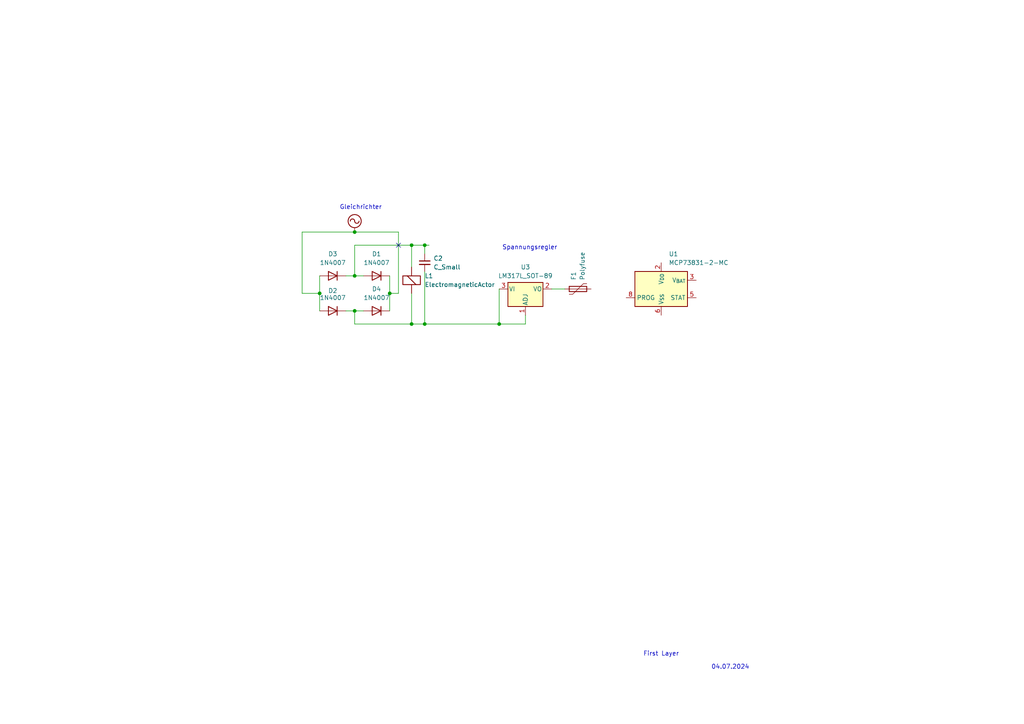
<source format=kicad_sch>
(kicad_sch
	(version 20231120)
	(generator "eeschema")
	(generator_version "8.0")
	(uuid "eebf961a-9e34-427c-a1d5-e0dfc5b48cc6")
	(paper "A4")
	(lib_symbols
		(symbol "Battery_Management:MCP73831-2-MC"
			(exclude_from_sim no)
			(in_bom yes)
			(on_board yes)
			(property "Reference" "U"
				(at -7.62 6.35 0)
				(effects
					(font
						(size 1.27 1.27)
					)
					(justify left)
				)
			)
			(property "Value" "MCP73831-2-MC"
				(at 1.27 6.35 0)
				(effects
					(font
						(size 1.27 1.27)
					)
					(justify left)
				)
			)
			(property "Footprint" "Package_DFN_QFN:DFN-8-1EP_3x2mm_P0.5mm_EP1.7x1.4mm"
				(at 1.27 -6.35 0)
				(effects
					(font
						(size 1.27 1.27)
						(italic yes)
					)
					(justify left)
					(hide yes)
				)
			)
			(property "Datasheet" "http://ww1.microchip.com/downloads/en/DeviceDoc/20001984g.pdf"
				(at -3.81 -1.27 0)
				(effects
					(font
						(size 1.27 1.27)
					)
					(hide yes)
				)
			)
			(property "Description" "Single cell, Li-Ion/Li-Po charge management controller, 4.20V, Tri-State Status Output, in DFN-8 package"
				(at 0 0 0)
				(effects
					(font
						(size 1.27 1.27)
					)
					(hide yes)
				)
			)
			(property "ki_keywords" "battery charger lithium"
				(at 0 0 0)
				(effects
					(font
						(size 1.27 1.27)
					)
					(hide yes)
				)
			)
			(property "ki_fp_filters" "DFN*3x2mm*P0.5mm*EP1.7x1.4mm*"
				(at 0 0 0)
				(effects
					(font
						(size 1.27 1.27)
					)
					(hide yes)
				)
			)
			(symbol "MCP73831-2-MC_0_1"
				(rectangle
					(start -7.62 5.08)
					(end 7.62 -5.08)
					(stroke
						(width 0.254)
						(type default)
					)
					(fill
						(type background)
					)
				)
			)
			(symbol "MCP73831-2-MC_1_1"
				(pin passive line
					(at 0 7.62 270)
					(length 2.54) hide
					(name "V_{DD}"
						(effects
							(font
								(size 1.27 1.27)
							)
						)
					)
					(number "1"
						(effects
							(font
								(size 1.27 1.27)
							)
						)
					)
				)
				(pin power_in line
					(at 0 7.62 270)
					(length 2.54)
					(name "V_{DD}"
						(effects
							(font
								(size 1.27 1.27)
							)
						)
					)
					(number "2"
						(effects
							(font
								(size 1.27 1.27)
							)
						)
					)
				)
				(pin power_out line
					(at 10.16 2.54 180)
					(length 2.54)
					(name "V_{BAT}"
						(effects
							(font
								(size 1.27 1.27)
							)
						)
					)
					(number "3"
						(effects
							(font
								(size 1.27 1.27)
							)
						)
					)
				)
				(pin passive line
					(at 10.16 2.54 180)
					(length 2.54) hide
					(name "V_{BAT}"
						(effects
							(font
								(size 1.27 1.27)
							)
						)
					)
					(number "4"
						(effects
							(font
								(size 1.27 1.27)
							)
						)
					)
				)
				(pin tri_state line
					(at 10.16 -2.54 180)
					(length 2.54)
					(name "STAT"
						(effects
							(font
								(size 1.27 1.27)
							)
						)
					)
					(number "5"
						(effects
							(font
								(size 1.27 1.27)
							)
						)
					)
				)
				(pin power_in line
					(at 0 -7.62 90)
					(length 2.54)
					(name "V_{SS}"
						(effects
							(font
								(size 1.27 1.27)
							)
						)
					)
					(number "6"
						(effects
							(font
								(size 1.27 1.27)
							)
						)
					)
				)
				(pin no_connect line
					(at -7.62 2.54 0)
					(length 2.54) hide
					(name "NC"
						(effects
							(font
								(size 1.27 1.27)
							)
						)
					)
					(number "7"
						(effects
							(font
								(size 1.27 1.27)
							)
						)
					)
				)
				(pin input line
					(at -10.16 -2.54 0)
					(length 2.54)
					(name "PROG"
						(effects
							(font
								(size 1.27 1.27)
							)
						)
					)
					(number "8"
						(effects
							(font
								(size 1.27 1.27)
							)
						)
					)
				)
			)
		)
		(symbol "Device:C_Small"
			(pin_numbers hide)
			(pin_names
				(offset 0.254) hide)
			(exclude_from_sim no)
			(in_bom yes)
			(on_board yes)
			(property "Reference" "C"
				(at 0.254 1.778 0)
				(effects
					(font
						(size 1.27 1.27)
					)
					(justify left)
				)
			)
			(property "Value" "C_Small"
				(at 0.254 -2.032 0)
				(effects
					(font
						(size 1.27 1.27)
					)
					(justify left)
				)
			)
			(property "Footprint" ""
				(at 0 0 0)
				(effects
					(font
						(size 1.27 1.27)
					)
					(hide yes)
				)
			)
			(property "Datasheet" "~"
				(at 0 0 0)
				(effects
					(font
						(size 1.27 1.27)
					)
					(hide yes)
				)
			)
			(property "Description" "Unpolarized capacitor, small symbol"
				(at 0 0 0)
				(effects
					(font
						(size 1.27 1.27)
					)
					(hide yes)
				)
			)
			(property "ki_keywords" "capacitor cap"
				(at 0 0 0)
				(effects
					(font
						(size 1.27 1.27)
					)
					(hide yes)
				)
			)
			(property "ki_fp_filters" "C_*"
				(at 0 0 0)
				(effects
					(font
						(size 1.27 1.27)
					)
					(hide yes)
				)
			)
			(symbol "C_Small_0_1"
				(polyline
					(pts
						(xy -1.524 -0.508) (xy 1.524 -0.508)
					)
					(stroke
						(width 0.3302)
						(type default)
					)
					(fill
						(type none)
					)
				)
				(polyline
					(pts
						(xy -1.524 0.508) (xy 1.524 0.508)
					)
					(stroke
						(width 0.3048)
						(type default)
					)
					(fill
						(type none)
					)
				)
			)
			(symbol "C_Small_1_1"
				(pin passive line
					(at 0 2.54 270)
					(length 2.032)
					(name "~"
						(effects
							(font
								(size 1.27 1.27)
							)
						)
					)
					(number "1"
						(effects
							(font
								(size 1.27 1.27)
							)
						)
					)
				)
				(pin passive line
					(at 0 -2.54 90)
					(length 2.032)
					(name "~"
						(effects
							(font
								(size 1.27 1.27)
							)
						)
					)
					(number "2"
						(effects
							(font
								(size 1.27 1.27)
							)
						)
					)
				)
			)
		)
		(symbol "Device:ElectromagneticActor"
			(pin_numbers hide)
			(pin_names
				(offset 0.0254) hide)
			(exclude_from_sim no)
			(in_bom yes)
			(on_board yes)
			(property "Reference" "L"
				(at 1.27 3.81 0)
				(effects
					(font
						(size 1.27 1.27)
					)
					(justify left)
				)
			)
			(property "Value" "ElectromagneticActor"
				(at 1.27 -1.27 0)
				(effects
					(font
						(size 1.27 1.27)
					)
					(justify left)
				)
			)
			(property "Footprint" ""
				(at -0.635 2.54 90)
				(effects
					(font
						(size 1.27 1.27)
					)
					(hide yes)
				)
			)
			(property "Datasheet" "~"
				(at -0.635 2.54 90)
				(effects
					(font
						(size 1.27 1.27)
					)
					(hide yes)
				)
			)
			(property "Description" "Electromagnetic actor"
				(at 0 0 0)
				(effects
					(font
						(size 1.27 1.27)
					)
					(hide yes)
				)
			)
			(property "ki_keywords" "electromagnet coil inductor"
				(at 0 0 0)
				(effects
					(font
						(size 1.27 1.27)
					)
					(hide yes)
				)
			)
			(property "ki_fp_filters" "Inductor_* L_*"
				(at 0 0 0)
				(effects
					(font
						(size 1.27 1.27)
					)
					(hide yes)
				)
			)
			(symbol "ElectromagneticActor_0_1"
				(rectangle
					(start -2.54 2.54)
					(end 2.54 0)
					(stroke
						(width 0.254)
						(type default)
					)
					(fill
						(type none)
					)
				)
				(polyline
					(pts
						(xy -1.27 2.54) (xy 1.27 0)
					)
					(stroke
						(width 0.254)
						(type default)
					)
					(fill
						(type none)
					)
				)
			)
			(symbol "ElectromagneticActor_1_1"
				(pin passive line
					(at 0 5.08 270)
					(length 2.54)
					(name "-"
						(effects
							(font
								(size 1.27 1.27)
							)
						)
					)
					(number "1"
						(effects
							(font
								(size 1.27 1.27)
							)
						)
					)
				)
				(pin passive line
					(at 0 -2.54 90)
					(length 2.54)
					(name "+"
						(effects
							(font
								(size 1.27 1.27)
							)
						)
					)
					(number "2"
						(effects
							(font
								(size 1.27 1.27)
							)
						)
					)
				)
			)
		)
		(symbol "Device:Polyfuse"
			(pin_numbers hide)
			(pin_names
				(offset 0)
			)
			(exclude_from_sim no)
			(in_bom yes)
			(on_board yes)
			(property "Reference" "F"
				(at -2.54 0 90)
				(effects
					(font
						(size 1.27 1.27)
					)
				)
			)
			(property "Value" "Polyfuse"
				(at 2.54 0 90)
				(effects
					(font
						(size 1.27 1.27)
					)
				)
			)
			(property "Footprint" ""
				(at 1.27 -5.08 0)
				(effects
					(font
						(size 1.27 1.27)
					)
					(justify left)
					(hide yes)
				)
			)
			(property "Datasheet" "~"
				(at 0 0 0)
				(effects
					(font
						(size 1.27 1.27)
					)
					(hide yes)
				)
			)
			(property "Description" "Resettable fuse, polymeric positive temperature coefficient"
				(at 0 0 0)
				(effects
					(font
						(size 1.27 1.27)
					)
					(hide yes)
				)
			)
			(property "ki_keywords" "resettable fuse PTC PPTC polyfuse polyswitch"
				(at 0 0 0)
				(effects
					(font
						(size 1.27 1.27)
					)
					(hide yes)
				)
			)
			(property "ki_fp_filters" "*polyfuse* *PTC*"
				(at 0 0 0)
				(effects
					(font
						(size 1.27 1.27)
					)
					(hide yes)
				)
			)
			(symbol "Polyfuse_0_1"
				(rectangle
					(start -0.762 2.54)
					(end 0.762 -2.54)
					(stroke
						(width 0.254)
						(type default)
					)
					(fill
						(type none)
					)
				)
				(polyline
					(pts
						(xy 0 2.54) (xy 0 -2.54)
					)
					(stroke
						(width 0)
						(type default)
					)
					(fill
						(type none)
					)
				)
				(polyline
					(pts
						(xy -1.524 2.54) (xy -1.524 1.524) (xy 1.524 -1.524) (xy 1.524 -2.54)
					)
					(stroke
						(width 0)
						(type default)
					)
					(fill
						(type none)
					)
				)
			)
			(symbol "Polyfuse_1_1"
				(pin passive line
					(at 0 3.81 270)
					(length 1.27)
					(name "~"
						(effects
							(font
								(size 1.27 1.27)
							)
						)
					)
					(number "1"
						(effects
							(font
								(size 1.27 1.27)
							)
						)
					)
				)
				(pin passive line
					(at 0 -3.81 90)
					(length 1.27)
					(name "~"
						(effects
							(font
								(size 1.27 1.27)
							)
						)
					)
					(number "2"
						(effects
							(font
								(size 1.27 1.27)
							)
						)
					)
				)
			)
		)
		(symbol "Diode:1N4007"
			(pin_numbers hide)
			(pin_names hide)
			(exclude_from_sim no)
			(in_bom yes)
			(on_board yes)
			(property "Reference" "D"
				(at 0 2.54 0)
				(effects
					(font
						(size 1.27 1.27)
					)
				)
			)
			(property "Value" "1N4007"
				(at 0 -2.54 0)
				(effects
					(font
						(size 1.27 1.27)
					)
				)
			)
			(property "Footprint" "Diode_THT:D_DO-41_SOD81_P10.16mm_Horizontal"
				(at 0 -4.445 0)
				(effects
					(font
						(size 1.27 1.27)
					)
					(hide yes)
				)
			)
			(property "Datasheet" "http://www.vishay.com/docs/88503/1n4001.pdf"
				(at 0 0 0)
				(effects
					(font
						(size 1.27 1.27)
					)
					(hide yes)
				)
			)
			(property "Description" "1000V 1A General Purpose Rectifier Diode, DO-41"
				(at 0 0 0)
				(effects
					(font
						(size 1.27 1.27)
					)
					(hide yes)
				)
			)
			(property "Sim.Device" "D"
				(at 0 0 0)
				(effects
					(font
						(size 1.27 1.27)
					)
					(hide yes)
				)
			)
			(property "Sim.Pins" "1=K 2=A"
				(at 0 0 0)
				(effects
					(font
						(size 1.27 1.27)
					)
					(hide yes)
				)
			)
			(property "ki_keywords" "diode"
				(at 0 0 0)
				(effects
					(font
						(size 1.27 1.27)
					)
					(hide yes)
				)
			)
			(property "ki_fp_filters" "D*DO?41*"
				(at 0 0 0)
				(effects
					(font
						(size 1.27 1.27)
					)
					(hide yes)
				)
			)
			(symbol "1N4007_0_1"
				(polyline
					(pts
						(xy -1.27 1.27) (xy -1.27 -1.27)
					)
					(stroke
						(width 0.254)
						(type default)
					)
					(fill
						(type none)
					)
				)
				(polyline
					(pts
						(xy 1.27 0) (xy -1.27 0)
					)
					(stroke
						(width 0)
						(type default)
					)
					(fill
						(type none)
					)
				)
				(polyline
					(pts
						(xy 1.27 1.27) (xy 1.27 -1.27) (xy -1.27 0) (xy 1.27 1.27)
					)
					(stroke
						(width 0.254)
						(type default)
					)
					(fill
						(type none)
					)
				)
			)
			(symbol "1N4007_1_1"
				(pin passive line
					(at -3.81 0 0)
					(length 2.54)
					(name "K"
						(effects
							(font
								(size 1.27 1.27)
							)
						)
					)
					(number "1"
						(effects
							(font
								(size 1.27 1.27)
							)
						)
					)
				)
				(pin passive line
					(at 3.81 0 180)
					(length 2.54)
					(name "A"
						(effects
							(font
								(size 1.27 1.27)
							)
						)
					)
					(number "2"
						(effects
							(font
								(size 1.27 1.27)
							)
						)
					)
				)
			)
		)
		(symbol "Regulator_Linear:LM317L_SOT-89"
			(pin_names
				(offset 0.254)
			)
			(exclude_from_sim no)
			(in_bom yes)
			(on_board yes)
			(property "Reference" "U"
				(at -3.81 3.175 0)
				(effects
					(font
						(size 1.27 1.27)
					)
				)
			)
			(property "Value" "LM317L_SOT-89"
				(at 0 3.175 0)
				(effects
					(font
						(size 1.27 1.27)
					)
					(justify left)
				)
			)
			(property "Footprint" "Package_TO_SOT_SMD:SOT-89-3"
				(at 0 6.35 0)
				(effects
					(font
						(size 1.27 1.27)
						(italic yes)
					)
					(hide yes)
				)
			)
			(property "Datasheet" "http://www.ti.com/lit/ds/symlink/lm317l.pdf"
				(at 0 0 0)
				(effects
					(font
						(size 1.27 1.27)
					)
					(hide yes)
				)
			)
			(property "Description" "100mA 35V Adjustable Linear Regulator, SOT-89"
				(at 0 0 0)
				(effects
					(font
						(size 1.27 1.27)
					)
					(hide yes)
				)
			)
			(property "ki_keywords" "Adjustable Voltage Regulator 1A Positive"
				(at 0 0 0)
				(effects
					(font
						(size 1.27 1.27)
					)
					(hide yes)
				)
			)
			(property "ki_fp_filters" "SOT?89*"
				(at 0 0 0)
				(effects
					(font
						(size 1.27 1.27)
					)
					(hide yes)
				)
			)
			(symbol "LM317L_SOT-89_0_1"
				(rectangle
					(start -5.08 1.905)
					(end 5.08 -5.08)
					(stroke
						(width 0.254)
						(type default)
					)
					(fill
						(type background)
					)
				)
			)
			(symbol "LM317L_SOT-89_1_1"
				(pin input line
					(at 0 -7.62 90)
					(length 2.54)
					(name "ADJ"
						(effects
							(font
								(size 1.27 1.27)
							)
						)
					)
					(number "1"
						(effects
							(font
								(size 1.27 1.27)
							)
						)
					)
				)
				(pin power_out line
					(at 7.62 0 180)
					(length 2.54)
					(name "VO"
						(effects
							(font
								(size 1.27 1.27)
							)
						)
					)
					(number "2"
						(effects
							(font
								(size 1.27 1.27)
							)
						)
					)
				)
				(pin power_in line
					(at -7.62 0 0)
					(length 2.54)
					(name "VI"
						(effects
							(font
								(size 1.27 1.27)
							)
						)
					)
					(number "3"
						(effects
							(font
								(size 1.27 1.27)
							)
						)
					)
				)
			)
		)
		(symbol "power:AC"
			(power)
			(pin_numbers hide)
			(pin_names
				(offset 0) hide)
			(exclude_from_sim no)
			(in_bom yes)
			(on_board yes)
			(property "Reference" "#PWR"
				(at 0 -2.54 0)
				(effects
					(font
						(size 1.27 1.27)
					)
					(hide yes)
				)
			)
			(property "Value" "AC"
				(at 0 6.35 0)
				(effects
					(font
						(size 1.27 1.27)
					)
				)
			)
			(property "Footprint" ""
				(at 0 0 0)
				(effects
					(font
						(size 1.27 1.27)
					)
					(hide yes)
				)
			)
			(property "Datasheet" ""
				(at 0 0 0)
				(effects
					(font
						(size 1.27 1.27)
					)
					(hide yes)
				)
			)
			(property "Description" "Power symbol creates a global label with name \"AC\""
				(at 0 0 0)
				(effects
					(font
						(size 1.27 1.27)
					)
					(hide yes)
				)
			)
			(property "ki_keywords" "global power"
				(at 0 0 0)
				(effects
					(font
						(size 1.27 1.27)
					)
					(hide yes)
				)
			)
			(symbol "AC_0_1"
				(polyline
					(pts
						(xy 0 0) (xy 0 1.27)
					)
					(stroke
						(width 0)
						(type default)
					)
					(fill
						(type none)
					)
				)
				(arc
					(start 0 3.175)
					(mid -0.635 3.8073)
					(end -1.27 3.175)
					(stroke
						(width 0.254)
						(type default)
					)
					(fill
						(type none)
					)
				)
				(arc
					(start 0 3.175)
					(mid 0.635 2.5427)
					(end 1.27 3.175)
					(stroke
						(width 0.254)
						(type default)
					)
					(fill
						(type none)
					)
				)
				(circle
					(center 0 3.175)
					(radius 1.905)
					(stroke
						(width 0.254)
						(type default)
					)
					(fill
						(type none)
					)
				)
			)
			(symbol "AC_1_1"
				(pin power_in line
					(at 0 0 90)
					(length 0)
					(name "~"
						(effects
							(font
								(size 1.27 1.27)
							)
						)
					)
					(number "1"
						(effects
							(font
								(size 1.27 1.27)
							)
						)
					)
				)
			)
		)
	)
	(junction
		(at 123.19 71.12)
		(diameter 0)
		(color 0 0 0 0)
		(uuid "118fc81f-90cd-425a-85f5-1ce5de57c184")
	)
	(junction
		(at 113.03 85.09)
		(diameter 0)
		(color 0 0 0 0)
		(uuid "6a57dda4-5e56-455f-b076-b0a7c1dd7d7b")
	)
	(junction
		(at 92.71 85.09)
		(diameter 0)
		(color 0 0 0 0)
		(uuid "7cec0494-30b3-42fd-b9f6-390c922b9140")
	)
	(junction
		(at 102.87 90.17)
		(diameter 0)
		(color 0 0 0 0)
		(uuid "a104e14c-fb30-42ba-b75f-bac2a868baff")
	)
	(junction
		(at 119.38 71.12)
		(diameter 0)
		(color 0 0 0 0)
		(uuid "b0cded1e-2453-411c-a953-6f8031865d38")
	)
	(junction
		(at 102.87 80.01)
		(diameter 0)
		(color 0 0 0 0)
		(uuid "b0db55dd-d6ab-478e-b194-7fc0b4b0552d")
	)
	(junction
		(at 144.78 93.98)
		(diameter 0)
		(color 0 0 0 0)
		(uuid "ec557128-76c5-4cff-b931-751d8dfe39de")
	)
	(junction
		(at 123.19 93.98)
		(diameter 0)
		(color 0 0 0 0)
		(uuid "ee3abe87-4fcf-49c9-834a-5695dbb82412")
	)
	(junction
		(at 119.38 93.98)
		(diameter 0)
		(color 0 0 0 0)
		(uuid "f8a519f2-b7d6-408d-bbe2-bffa34501d77")
	)
	(junction
		(at 102.87 67.31)
		(diameter 0)
		(color 0 0 0 0)
		(uuid "fd10300d-63a3-4978-9bd3-e143fc85f1c1")
	)
	(no_connect
		(at 115.57 71.12)
		(uuid "6081a9d5-28af-44c5-bc9d-b1d9cb9545b8")
	)
	(wire
		(pts
			(xy 144.78 93.98) (xy 152.4 93.98)
		)
		(stroke
			(width 0)
			(type default)
		)
		(uuid "000d58f7-24b5-4729-9c93-d940ec48ae85")
	)
	(wire
		(pts
			(xy 119.38 71.12) (xy 119.38 77.47)
		)
		(stroke
			(width 0)
			(type default)
		)
		(uuid "12eb5d70-c6d1-485d-b396-abace1105312")
	)
	(wire
		(pts
			(xy 92.71 80.01) (xy 92.71 85.09)
		)
		(stroke
			(width 0)
			(type default)
		)
		(uuid "18ad1d91-e9a4-460b-a334-6451e88aecff")
	)
	(wire
		(pts
			(xy 119.38 71.12) (xy 123.19 71.12)
		)
		(stroke
			(width 0)
			(type default)
		)
		(uuid "18afae90-1828-4be8-a822-f0c3b2ca2c6d")
	)
	(wire
		(pts
			(xy 102.87 80.01) (xy 105.41 80.01)
		)
		(stroke
			(width 0)
			(type default)
		)
		(uuid "1a27f864-8cf6-4534-8b51-f643e70306dc")
	)
	(wire
		(pts
			(xy 119.38 85.09) (xy 119.38 93.98)
		)
		(stroke
			(width 0)
			(type default)
		)
		(uuid "1db53d6f-abbe-48ae-ad46-839ce71d82f2")
	)
	(wire
		(pts
			(xy 87.63 67.31) (xy 87.63 85.09)
		)
		(stroke
			(width 0)
			(type default)
		)
		(uuid "3223a48d-e6c3-48f3-ba82-7615748d36cb")
	)
	(wire
		(pts
			(xy 102.87 67.31) (xy 87.63 67.31)
		)
		(stroke
			(width 0)
			(type default)
		)
		(uuid "4b0d70e0-1072-4ae6-b1d8-01a2ef12ce47")
	)
	(wire
		(pts
			(xy 160.02 83.82) (xy 163.83 83.82)
		)
		(stroke
			(width 0)
			(type default)
		)
		(uuid "4bff02a3-6105-4941-9deb-50dc92a9553b")
	)
	(wire
		(pts
			(xy 123.19 93.98) (xy 144.78 93.98)
		)
		(stroke
			(width 0)
			(type default)
		)
		(uuid "4d0545d5-98f9-4503-b950-fb577e065e24")
	)
	(wire
		(pts
			(xy 92.71 85.09) (xy 92.71 90.17)
		)
		(stroke
			(width 0)
			(type default)
		)
		(uuid "51dce1a0-2ff6-4fde-a7d3-3e8a73e9c43f")
	)
	(wire
		(pts
			(xy 115.57 85.09) (xy 113.03 85.09)
		)
		(stroke
			(width 0)
			(type default)
		)
		(uuid "5b97ff04-a364-48b0-bfd4-99e96c16ba4b")
	)
	(wire
		(pts
			(xy 100.33 90.17) (xy 102.87 90.17)
		)
		(stroke
			(width 0)
			(type default)
		)
		(uuid "677266d2-3dfd-4a4b-80a5-acffbcd68112")
	)
	(wire
		(pts
			(xy 119.38 93.98) (xy 123.19 93.98)
		)
		(stroke
			(width 0)
			(type default)
		)
		(uuid "69d92984-5d6c-494d-85a8-6d2e4d14dd71")
	)
	(wire
		(pts
			(xy 123.19 71.12) (xy 124.46 71.12)
		)
		(stroke
			(width 0)
			(type default)
		)
		(uuid "80f1bfa8-d647-415a-a612-5a40f8747686")
	)
	(wire
		(pts
			(xy 102.87 71.12) (xy 119.38 71.12)
		)
		(stroke
			(width 0)
			(type default)
		)
		(uuid "8f8fb7dc-13ef-43bd-9638-b7503efcb690")
	)
	(wire
		(pts
			(xy 152.4 93.98) (xy 152.4 91.44)
		)
		(stroke
			(width 0)
			(type default)
		)
		(uuid "92822409-159e-42b4-8819-9613c3053314")
	)
	(wire
		(pts
			(xy 123.19 71.12) (xy 123.19 73.66)
		)
		(stroke
			(width 0)
			(type default)
		)
		(uuid "940a27f6-f546-4d0b-942a-f5ae2356e4e0")
	)
	(wire
		(pts
			(xy 102.87 67.31) (xy 115.57 67.31)
		)
		(stroke
			(width 0)
			(type default)
		)
		(uuid "9ee24bb1-f26b-4103-a5e9-48c71ab2a30e")
	)
	(wire
		(pts
			(xy 87.63 85.09) (xy 92.71 85.09)
		)
		(stroke
			(width 0)
			(type default)
		)
		(uuid "a3281cae-c7e3-4783-8e94-a349412476b7")
	)
	(wire
		(pts
			(xy 115.57 67.31) (xy 115.57 85.09)
		)
		(stroke
			(width 0)
			(type default)
		)
		(uuid "a6beb89d-5235-40e2-a08f-938f8a6a28a5")
	)
	(wire
		(pts
			(xy 123.19 93.98) (xy 123.19 78.74)
		)
		(stroke
			(width 0)
			(type default)
		)
		(uuid "af4121fa-7b44-49bd-839c-102be83ac7b3")
	)
	(wire
		(pts
			(xy 102.87 80.01) (xy 102.87 71.12)
		)
		(stroke
			(width 0)
			(type default)
		)
		(uuid "b02ca7b8-f6d9-4ced-82de-689007ce7ed3")
	)
	(wire
		(pts
			(xy 113.03 80.01) (xy 113.03 85.09)
		)
		(stroke
			(width 0)
			(type default)
		)
		(uuid "b764e825-45de-410b-8cff-b8ece1d4500e")
	)
	(wire
		(pts
			(xy 102.87 93.98) (xy 102.87 90.17)
		)
		(stroke
			(width 0)
			(type default)
		)
		(uuid "c2e46282-6e29-4fea-9c2a-5f37143ce64d")
	)
	(wire
		(pts
			(xy 144.78 83.82) (xy 144.78 93.98)
		)
		(stroke
			(width 0)
			(type default)
		)
		(uuid "d0b9f74e-abb2-4126-b6b6-5b7b43fa8f21")
	)
	(wire
		(pts
			(xy 102.87 93.98) (xy 119.38 93.98)
		)
		(stroke
			(width 0)
			(type default)
		)
		(uuid "e3801ff7-847d-4a52-af4b-e9791cd27637")
	)
	(wire
		(pts
			(xy 102.87 90.17) (xy 105.41 90.17)
		)
		(stroke
			(width 0)
			(type default)
		)
		(uuid "e66dbbb6-2e6e-4a82-a81a-0b2e798e0b2b")
	)
	(wire
		(pts
			(xy 113.03 85.09) (xy 113.03 90.17)
		)
		(stroke
			(width 0)
			(type default)
		)
		(uuid "ef38cf70-937a-4197-8a94-07ee9c44d797")
	)
	(wire
		(pts
			(xy 100.33 80.01) (xy 102.87 80.01)
		)
		(stroke
			(width 0)
			(type default)
		)
		(uuid "f7a05557-b161-4014-9ea6-2a3491361efe")
	)
	(text "04.07.2024"
		(exclude_from_sim no)
		(at 211.836 193.548 0)
		(effects
			(font
				(size 1.27 1.27)
			)
		)
		(uuid "092d356b-4d98-4ea0-8f5e-0b83145f90f1")
	)
	(text "First Layer"
		(exclude_from_sim no)
		(at 191.77 189.738 0)
		(effects
			(font
				(size 1.27 1.27)
			)
		)
		(uuid "623acd24-7b32-474d-bf48-4a6987a8e482")
	)
	(text "Gleichrichter"
		(exclude_from_sim no)
		(at 104.648 60.198 0)
		(effects
			(font
				(size 1.27 1.27)
			)
		)
		(uuid "67854882-534b-4b44-8c20-e21171b1223b")
	)
	(text "Spannungsregler"
		(exclude_from_sim yes)
		(at 153.67 71.882 0)
		(effects
			(font
				(size 1.27 1.27)
			)
		)
		(uuid "cb6e699f-6f72-4e43-bb7a-7be7e7538a50")
	)
	(symbol
		(lib_id "Device:Polyfuse")
		(at 167.64 83.82 90)
		(unit 1)
		(exclude_from_sim no)
		(in_bom yes)
		(on_board yes)
		(dnp no)
		(fields_autoplaced yes)
		(uuid "00e17250-4455-417e-a2be-7eefab6467de")
		(property "Reference" "F1"
			(at 166.3699 81.28 0)
			(effects
				(font
					(size 1.27 1.27)
				)
				(justify left)
			)
		)
		(property "Value" "Polyfuse"
			(at 168.9099 81.28 0)
			(effects
				(font
					(size 1.27 1.27)
				)
				(justify left)
			)
		)
		(property "Footprint" ""
			(at 172.72 82.55 0)
			(effects
				(font
					(size 1.27 1.27)
				)
				(justify left)
				(hide yes)
			)
		)
		(property "Datasheet" "~"
			(at 167.64 83.82 0)
			(effects
				(font
					(size 1.27 1.27)
				)
				(hide yes)
			)
		)
		(property "Description" "Resettable fuse, polymeric positive temperature coefficient"
			(at 167.64 83.82 0)
			(effects
				(font
					(size 1.27 1.27)
				)
				(hide yes)
			)
		)
		(pin "2"
			(uuid "f41cd931-806c-48d8-b6fe-f1d476ed49fd")
		)
		(pin "1"
			(uuid "fae33a29-78ad-4e6d-a6f0-7b224346ae3c")
		)
		(instances
			(project ""
				(path "/eebf961a-9e34-427c-a1d5-e0dfc5b48cc6"
					(reference "F1")
					(unit 1)
				)
			)
		)
	)
	(symbol
		(lib_id "Diode:1N4007")
		(at 109.22 80.01 0)
		(mirror y)
		(unit 1)
		(exclude_from_sim no)
		(in_bom yes)
		(on_board yes)
		(dnp no)
		(fields_autoplaced yes)
		(uuid "12737402-7693-4db5-965d-d0db15554abf")
		(property "Reference" "D1"
			(at 109.22 73.66 0)
			(effects
				(font
					(size 1.27 1.27)
				)
			)
		)
		(property "Value" "1N4007"
			(at 109.22 76.2 0)
			(effects
				(font
					(size 1.27 1.27)
				)
			)
		)
		(property "Footprint" "Diode_THT:D_DO-41_SOD81_P10.16mm_Horizontal"
			(at 109.22 84.455 0)
			(effects
				(font
					(size 1.27 1.27)
				)
				(hide yes)
			)
		)
		(property "Datasheet" "http://www.vishay.com/docs/88503/1n4001.pdf"
			(at 109.22 80.01 0)
			(effects
				(font
					(size 1.27 1.27)
				)
				(hide yes)
			)
		)
		(property "Description" "1000V 1A General Purpose Rectifier Diode, DO-41"
			(at 109.22 80.01 0)
			(effects
				(font
					(size 1.27 1.27)
				)
				(hide yes)
			)
		)
		(property "Sim.Device" "D"
			(at 109.22 80.01 0)
			(effects
				(font
					(size 1.27 1.27)
				)
				(hide yes)
			)
		)
		(property "Sim.Pins" "1=K 2=A"
			(at 109.22 80.01 0)
			(effects
				(font
					(size 1.27 1.27)
				)
				(hide yes)
			)
		)
		(pin "2"
			(uuid "049806de-46a3-489b-803a-9f23dafd8e0c")
		)
		(pin "1"
			(uuid "e92abdf8-e79c-4f7d-ab3e-cd7d7b41072f")
		)
		(instances
			(project ""
				(path "/eebf961a-9e34-427c-a1d5-e0dfc5b48cc6"
					(reference "D1")
					(unit 1)
				)
			)
		)
	)
	(symbol
		(lib_id "Device:ElectromagneticActor")
		(at 119.38 82.55 0)
		(unit 1)
		(exclude_from_sim no)
		(in_bom yes)
		(on_board yes)
		(dnp no)
		(fields_autoplaced yes)
		(uuid "2e953ec3-8ae8-40e0-84d1-98a1b03de83d")
		(property "Reference" "L1"
			(at 123.19 80.0099 0)
			(effects
				(font
					(size 1.27 1.27)
				)
				(justify left)
			)
		)
		(property "Value" "ElectromagneticActor"
			(at 123.19 82.5499 0)
			(effects
				(font
					(size 1.27 1.27)
				)
				(justify left)
			)
		)
		(property "Footprint" ""
			(at 118.745 80.01 90)
			(effects
				(font
					(size 1.27 1.27)
				)
				(hide yes)
			)
		)
		(property "Datasheet" "~"
			(at 118.745 80.01 90)
			(effects
				(font
					(size 1.27 1.27)
				)
				(hide yes)
			)
		)
		(property "Description" "Electromagnetic actor"
			(at 119.38 82.55 0)
			(effects
				(font
					(size 1.27 1.27)
				)
				(hide yes)
			)
		)
		(pin "2"
			(uuid "d294eb4b-bf74-473c-b3ac-42b26de681df")
		)
		(pin "1"
			(uuid "79ac428f-1728-47c1-8f6a-4a9a6f9f8676")
		)
		(instances
			(project ""
				(path "/eebf961a-9e34-427c-a1d5-e0dfc5b48cc6"
					(reference "L1")
					(unit 1)
				)
			)
		)
	)
	(symbol
		(lib_id "Diode:1N4007")
		(at 109.22 90.17 0)
		(mirror y)
		(unit 1)
		(exclude_from_sim no)
		(in_bom yes)
		(on_board yes)
		(dnp no)
		(fields_autoplaced yes)
		(uuid "45143423-7513-4d37-9eea-03dd14a93777")
		(property "Reference" "D4"
			(at 109.22 83.82 0)
			(effects
				(font
					(size 1.27 1.27)
				)
			)
		)
		(property "Value" "1N4007"
			(at 109.22 86.36 0)
			(effects
				(font
					(size 1.27 1.27)
				)
			)
		)
		(property "Footprint" "Diode_THT:D_DO-41_SOD81_P10.16mm_Horizontal"
			(at 109.22 94.615 0)
			(effects
				(font
					(size 1.27 1.27)
				)
				(hide yes)
			)
		)
		(property "Datasheet" "http://www.vishay.com/docs/88503/1n4001.pdf"
			(at 109.22 90.17 0)
			(effects
				(font
					(size 1.27 1.27)
				)
				(hide yes)
			)
		)
		(property "Description" "1000V 1A General Purpose Rectifier Diode, DO-41"
			(at 109.22 90.17 0)
			(effects
				(font
					(size 1.27 1.27)
				)
				(hide yes)
			)
		)
		(property "Sim.Device" "D"
			(at 109.22 90.17 0)
			(effects
				(font
					(size 1.27 1.27)
				)
				(hide yes)
			)
		)
		(property "Sim.Pins" "1=K 2=A"
			(at 109.22 90.17 0)
			(effects
				(font
					(size 1.27 1.27)
				)
				(hide yes)
			)
		)
		(pin "2"
			(uuid "093ac0eb-6ce9-4fb0-8885-40afe333ed02")
		)
		(pin "1"
			(uuid "926716ed-1d8a-4c8b-8f6e-15ce2c8c8de4")
		)
		(instances
			(project "FLL"
				(path "/eebf961a-9e34-427c-a1d5-e0dfc5b48cc6"
					(reference "D4")
					(unit 1)
				)
			)
		)
	)
	(symbol
		(lib_id "Battery_Management:MCP73831-2-MC")
		(at 191.77 83.82 0)
		(unit 1)
		(exclude_from_sim no)
		(in_bom yes)
		(on_board yes)
		(dnp no)
		(fields_autoplaced yes)
		(uuid "c94386af-316c-470b-a81e-5bcaf160b358")
		(property "Reference" "U1"
			(at 193.9641 73.66 0)
			(effects
				(font
					(size 1.27 1.27)
				)
				(justify left)
			)
		)
		(property "Value" "MCP73831-2-MC"
			(at 193.9641 76.2 0)
			(effects
				(font
					(size 1.27 1.27)
				)
				(justify left)
			)
		)
		(property "Footprint" "Package_DFN_QFN:DFN-8-1EP_3x2mm_P0.5mm_EP1.7x1.4mm"
			(at 193.04 90.17 0)
			(effects
				(font
					(size 1.27 1.27)
					(italic yes)
				)
				(justify left)
				(hide yes)
			)
		)
		(property "Datasheet" "http://ww1.microchip.com/downloads/en/DeviceDoc/20001984g.pdf"
			(at 187.96 85.09 0)
			(effects
				(font
					(size 1.27 1.27)
				)
				(hide yes)
			)
		)
		(property "Description" "Single cell, Li-Ion/Li-Po charge management controller, 4.20V, Tri-State Status Output, in DFN-8 package"
			(at 191.77 83.82 0)
			(effects
				(font
					(size 1.27 1.27)
				)
				(hide yes)
			)
		)
		(pin "7"
			(uuid "ae8a7bf3-9d0a-4fe4-a999-670f5907f0d4")
		)
		(pin "1"
			(uuid "d253685d-37df-4a43-a17a-4541904e7b95")
		)
		(pin "6"
			(uuid "f95db57e-fd89-4ec5-a573-44a4b70421f3")
		)
		(pin "2"
			(uuid "40589f16-3022-4ea5-8975-93a0821bc2dc")
		)
		(pin "4"
			(uuid "9c4432bd-5b4a-4240-a2d3-fdf058ef59cd")
		)
		(pin "8"
			(uuid "78dbc434-95eb-4595-9bab-45caec9b7a0b")
		)
		(pin "3"
			(uuid "0aa6a04f-db7b-49e1-8c69-3b7ac38c7ebd")
		)
		(pin "5"
			(uuid "ea0200c5-3d5e-4df8-a65f-d78402048423")
		)
		(instances
			(project ""
				(path "/eebf961a-9e34-427c-a1d5-e0dfc5b48cc6"
					(reference "U1")
					(unit 1)
				)
			)
		)
	)
	(symbol
		(lib_id "Device:C_Small")
		(at 123.19 76.2 0)
		(unit 1)
		(exclude_from_sim no)
		(in_bom yes)
		(on_board yes)
		(dnp no)
		(fields_autoplaced yes)
		(uuid "d9b753fd-6f3b-4d3b-9f70-55f52ba591a2")
		(property "Reference" "C2"
			(at 125.73 74.9362 0)
			(effects
				(font
					(size 1.27 1.27)
				)
				(justify left)
			)
		)
		(property "Value" "C_Small"
			(at 125.73 77.4762 0)
			(effects
				(font
					(size 1.27 1.27)
				)
				(justify left)
			)
		)
		(property "Footprint" ""
			(at 123.19 76.2 0)
			(effects
				(font
					(size 1.27 1.27)
				)
				(hide yes)
			)
		)
		(property "Datasheet" "~"
			(at 123.19 76.2 0)
			(effects
				(font
					(size 1.27 1.27)
				)
				(hide yes)
			)
		)
		(property "Description" "Unpolarized capacitor, small symbol"
			(at 123.19 76.2 0)
			(effects
				(font
					(size 1.27 1.27)
				)
				(hide yes)
			)
		)
		(pin "2"
			(uuid "d81b46c6-3414-4820-8dd2-1262b99e0df0")
		)
		(pin "1"
			(uuid "adc0da09-2331-4bad-aa2d-8b3735ae5496")
		)
		(instances
			(project ""
				(path "/eebf961a-9e34-427c-a1d5-e0dfc5b48cc6"
					(reference "C2")
					(unit 1)
				)
			)
		)
	)
	(symbol
		(lib_id "power:AC")
		(at 102.87 67.31 0)
		(unit 1)
		(exclude_from_sim no)
		(in_bom yes)
		(on_board yes)
		(dnp no)
		(fields_autoplaced yes)
		(uuid "e157a23a-ea28-4543-9aff-63f3b33cf936")
		(property "Reference" "#PWR03"
			(at 102.87 69.85 0)
			(effects
				(font
					(size 1.27 1.27)
				)
				(hide yes)
			)
		)
		(property "Value" "AC"
			(at 102.87 59.69 0)
			(effects
				(font
					(size 1.27 1.27)
				)
				(hide yes)
			)
		)
		(property "Footprint" ""
			(at 102.87 67.31 0)
			(effects
				(font
					(size 1.27 1.27)
				)
				(hide yes)
			)
		)
		(property "Datasheet" ""
			(at 102.87 67.31 0)
			(effects
				(font
					(size 1.27 1.27)
				)
				(hide yes)
			)
		)
		(property "Description" "Power symbol creates a global label with name \"AC\""
			(at 102.87 67.31 0)
			(effects
				(font
					(size 1.27 1.27)
				)
				(hide yes)
			)
		)
		(pin "1"
			(uuid "b28f41e4-29f5-4500-ad37-ff2add51f911")
		)
		(instances
			(project "FLL"
				(path "/eebf961a-9e34-427c-a1d5-e0dfc5b48cc6"
					(reference "#PWR03")
					(unit 1)
				)
			)
		)
	)
	(symbol
		(lib_id "Diode:1N4007")
		(at 96.52 80.01 0)
		(mirror y)
		(unit 1)
		(exclude_from_sim no)
		(in_bom yes)
		(on_board yes)
		(dnp no)
		(fields_autoplaced yes)
		(uuid "ef70fe72-041d-4911-bbd3-60bccb0468a0")
		(property "Reference" "D3"
			(at 96.52 73.66 0)
			(effects
				(font
					(size 1.27 1.27)
				)
			)
		)
		(property "Value" "1N4007"
			(at 96.52 76.2 0)
			(effects
				(font
					(size 1.27 1.27)
				)
			)
		)
		(property "Footprint" "Diode_THT:D_DO-41_SOD81_P10.16mm_Horizontal"
			(at 96.52 84.455 0)
			(effects
				(font
					(size 1.27 1.27)
				)
				(hide yes)
			)
		)
		(property "Datasheet" "http://www.vishay.com/docs/88503/1n4001.pdf"
			(at 96.52 80.01 0)
			(effects
				(font
					(size 1.27 1.27)
				)
				(hide yes)
			)
		)
		(property "Description" "1000V 1A General Purpose Rectifier Diode, DO-41"
			(at 96.52 80.01 0)
			(effects
				(font
					(size 1.27 1.27)
				)
				(hide yes)
			)
		)
		(property "Sim.Device" "D"
			(at 96.52 80.01 0)
			(effects
				(font
					(size 1.27 1.27)
				)
				(hide yes)
			)
		)
		(property "Sim.Pins" "1=K 2=A"
			(at 96.52 80.01 0)
			(effects
				(font
					(size 1.27 1.27)
				)
				(hide yes)
			)
		)
		(pin "2"
			(uuid "ec0891e0-30c3-43ee-a253-ea01af0a9b9c")
		)
		(pin "1"
			(uuid "6e5b3b6e-a7d9-4d15-a7c1-5720a8ef3583")
		)
		(instances
			(project "FLL"
				(path "/eebf961a-9e34-427c-a1d5-e0dfc5b48cc6"
					(reference "D3")
					(unit 1)
				)
			)
		)
	)
	(symbol
		(lib_id "Diode:1N4007")
		(at 96.52 90.17 0)
		(mirror y)
		(unit 1)
		(exclude_from_sim no)
		(in_bom yes)
		(on_board yes)
		(dnp no)
		(uuid "efb4aac7-4ec8-4554-918a-c34a8e809729")
		(property "Reference" "D2"
			(at 96.52 84.328 0)
			(effects
				(font
					(size 1.27 1.27)
				)
			)
		)
		(property "Value" "1N4007"
			(at 96.52 86.36 0)
			(effects
				(font
					(size 1.27 1.27)
				)
			)
		)
		(property "Footprint" "Diode_THT:D_DO-41_SOD81_P10.16mm_Horizontal"
			(at 96.52 94.615 0)
			(effects
				(font
					(size 1.27 1.27)
				)
				(hide yes)
			)
		)
		(property "Datasheet" "http://www.vishay.com/docs/88503/1n4001.pdf"
			(at 96.52 90.17 0)
			(effects
				(font
					(size 1.27 1.27)
				)
				(hide yes)
			)
		)
		(property "Description" "1000V 1A General Purpose Rectifier Diode, DO-41"
			(at 96.52 90.17 0)
			(effects
				(font
					(size 1.27 1.27)
				)
				(hide yes)
			)
		)
		(property "Sim.Device" "D"
			(at 96.52 90.17 0)
			(effects
				(font
					(size 1.27 1.27)
				)
				(hide yes)
			)
		)
		(property "Sim.Pins" "1=K 2=A"
			(at 96.52 90.17 0)
			(effects
				(font
					(size 1.27 1.27)
				)
				(hide yes)
			)
		)
		(pin "2"
			(uuid "8b44db9b-ce5d-4d3e-814c-03a36d358ec3")
		)
		(pin "1"
			(uuid "e776a137-9d1e-4c48-badd-1c0016f38277")
		)
		(instances
			(project "FLL"
				(path "/eebf961a-9e34-427c-a1d5-e0dfc5b48cc6"
					(reference "D2")
					(unit 1)
				)
			)
		)
	)
	(symbol
		(lib_id "Regulator_Linear:LM317L_SOT-89")
		(at 152.4 83.82 0)
		(unit 1)
		(exclude_from_sim no)
		(in_bom yes)
		(on_board yes)
		(dnp no)
		(fields_autoplaced yes)
		(uuid "f3dea9f0-7d03-46fb-9865-8de5e737d55f")
		(property "Reference" "U3"
			(at 152.4 77.47 0)
			(effects
				(font
					(size 1.27 1.27)
				)
			)
		)
		(property "Value" "LM317L_SOT-89"
			(at 152.4 80.01 0)
			(effects
				(font
					(size 1.27 1.27)
				)
			)
		)
		(property "Footprint" "Package_TO_SOT_SMD:SOT-89-3"
			(at 152.4 77.47 0)
			(effects
				(font
					(size 1.27 1.27)
					(italic yes)
				)
				(hide yes)
			)
		)
		(property "Datasheet" "http://www.ti.com/lit/ds/symlink/lm317l.pdf"
			(at 152.4 83.82 0)
			(effects
				(font
					(size 1.27 1.27)
				)
				(hide yes)
			)
		)
		(property "Description" "100mA 35V Adjustable Linear Regulator, SOT-89"
			(at 152.4 83.82 0)
			(effects
				(font
					(size 1.27 1.27)
				)
				(hide yes)
			)
		)
		(pin "1"
			(uuid "bfafabcc-5853-4165-9fc8-f8e0e6d3577d")
		)
		(pin "2"
			(uuid "35d456ce-1c43-4392-b7b4-966d188d97ea")
		)
		(pin "3"
			(uuid "c658ec69-593c-44b7-9d38-68507278fc0c")
		)
		(instances
			(project ""
				(path "/eebf961a-9e34-427c-a1d5-e0dfc5b48cc6"
					(reference "U3")
					(unit 1)
				)
			)
		)
	)
	(sheet_instances
		(path "/"
			(page "1")
		)
	)
)

</source>
